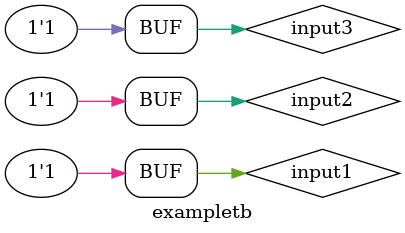
<source format=v>
module exampletb;
reg input1;
reg input2;
reg input3;
wire out;

example uut(
.x(input1),
.y(input2),
.z(input3),
.A(out)
);

initial begin

input1 =0;
input2 =0;
input3 =0;

#20; input1 =1;
#20; input2 =1;
#20; input1 =0;
#20; input3 =1;
#20; input2 =0;
#20; input1 =1;
#20; input2 =1;
#40;
end

initial begin
$monitor("time = %2d, IN3 =%1b, IN2=%1b, IN1=%1b, COUT=%1b, OUT=%1b", $time,input3,input2, input1,out);
$dumpfile("amar.vcd");
$dumpvars(0,input3,input2, input1,out);
end
endmodule

</source>
